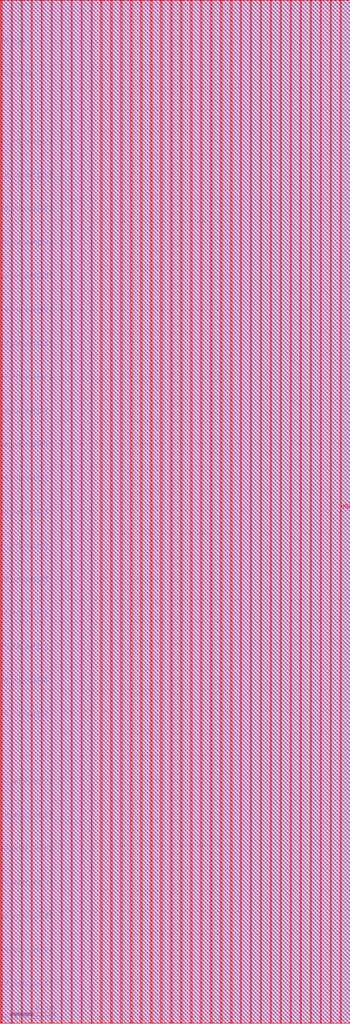
<source format=lef>
# Generated by FakeRAM 2.0
VERSION 5.7 ;
BUSBITCHARS "[]" ;
PROPERTYDEFINITIONS
  MACRO width INTEGER ;
  MACRO depth INTEGER ;
  MACRO banks INTEGER ;
END PROPERTYDEFINITIONS
MACRO sram_18x256_1r1w
  PROPERTY width 18 ;
  PROPERTY depth 256 ;
  PROPERTY banks 1 ;
  FOREIGN sram_18x256_1r1w 0 0 ;
  SYMMETRY X Y R90 ;
  SIZE 78.660 BY 229.600 ;
  CLASS BLOCK ;
  PIN r0_addr_in[0]
    DIRECTION INPUT ;
    USE SIGNAL ;
    SHAPE ABUTMENT ;
    PORT
      LAYER metal3 ;
      RECT 0.000 0.140 0.070 0.210 ;
    END
  END r0_addr_in[0]
  PIN r0_addr_in[1]
    DIRECTION INPUT ;
    USE SIGNAL ;
    SHAPE ABUTMENT ;
    PORT
      LAYER metal3 ;
      RECT 0.000 7.700 0.070 7.770 ;
    END
  END r0_addr_in[1]
  PIN r0_addr_in[2]
    DIRECTION INPUT ;
    USE SIGNAL ;
    SHAPE ABUTMENT ;
    PORT
      LAYER metal3 ;
      RECT 0.000 15.260 0.070 15.330 ;
    END
  END r0_addr_in[2]
  PIN r0_addr_in[3]
    DIRECTION INPUT ;
    USE SIGNAL ;
    SHAPE ABUTMENT ;
    PORT
      LAYER metal3 ;
      RECT 0.000 22.820 0.070 22.890 ;
    END
  END r0_addr_in[3]
  PIN r0_addr_in[4]
    DIRECTION INPUT ;
    USE SIGNAL ;
    SHAPE ABUTMENT ;
    PORT
      LAYER metal3 ;
      RECT 0.000 30.380 0.070 30.450 ;
    END
  END r0_addr_in[4]
  PIN r0_addr_in[5]
    DIRECTION INPUT ;
    USE SIGNAL ;
    SHAPE ABUTMENT ;
    PORT
      LAYER metal3 ;
      RECT 0.000 37.940 0.070 38.010 ;
    END
  END r0_addr_in[5]
  PIN r0_addr_in[6]
    DIRECTION INPUT ;
    USE SIGNAL ;
    SHAPE ABUTMENT ;
    PORT
      LAYER metal3 ;
      RECT 0.000 45.500 0.070 45.570 ;
    END
  END r0_addr_in[6]
  PIN r0_addr_in[7]
    DIRECTION INPUT ;
    USE SIGNAL ;
    SHAPE ABUTMENT ;
    PORT
      LAYER metal3 ;
      RECT 0.000 53.060 0.070 53.130 ;
    END
  END r0_addr_in[7]
  PIN r0_rd_out[0]
    DIRECTION OUTPUT ;
    USE SIGNAL ;
    SHAPE ABUTMENT ;
    PORT
      LAYER metal3 ;
      RECT 0.000 68.180 0.070 68.250 ;
    END
  END r0_rd_out[0]
  PIN r0_rd_out[1]
    DIRECTION OUTPUT ;
    USE SIGNAL ;
    SHAPE ABUTMENT ;
    PORT
      LAYER metal3 ;
      RECT 0.000 75.740 0.070 75.810 ;
    END
  END r0_rd_out[1]
  PIN r0_rd_out[2]
    DIRECTION OUTPUT ;
    USE SIGNAL ;
    SHAPE ABUTMENT ;
    PORT
      LAYER metal3 ;
      RECT 0.000 83.300 0.070 83.370 ;
    END
  END r0_rd_out[2]
  PIN r0_rd_out[3]
    DIRECTION OUTPUT ;
    USE SIGNAL ;
    SHAPE ABUTMENT ;
    PORT
      LAYER metal3 ;
      RECT 0.000 90.860 0.070 90.930 ;
    END
  END r0_rd_out[3]
  PIN r0_rd_out[4]
    DIRECTION OUTPUT ;
    USE SIGNAL ;
    SHAPE ABUTMENT ;
    PORT
      LAYER metal3 ;
      RECT 0.000 98.420 0.070 98.490 ;
    END
  END r0_rd_out[4]
  PIN r0_rd_out[5]
    DIRECTION OUTPUT ;
    USE SIGNAL ;
    SHAPE ABUTMENT ;
    PORT
      LAYER metal3 ;
      RECT 0.000 105.980 0.070 106.050 ;
    END
  END r0_rd_out[5]
  PIN r0_rd_out[6]
    DIRECTION OUTPUT ;
    USE SIGNAL ;
    SHAPE ABUTMENT ;
    PORT
      LAYER metal3 ;
      RECT 0.000 113.540 0.070 113.610 ;
    END
  END r0_rd_out[6]
  PIN r0_rd_out[7]
    DIRECTION OUTPUT ;
    USE SIGNAL ;
    SHAPE ABUTMENT ;
    PORT
      LAYER metal3 ;
      RECT 0.000 121.100 0.070 121.170 ;
    END
  END r0_rd_out[7]
  PIN r0_rd_out[8]
    DIRECTION OUTPUT ;
    USE SIGNAL ;
    SHAPE ABUTMENT ;
    PORT
      LAYER metal3 ;
      RECT 0.000 128.660 0.070 128.730 ;
    END
  END r0_rd_out[8]
  PIN r0_rd_out[9]
    DIRECTION OUTPUT ;
    USE SIGNAL ;
    SHAPE ABUTMENT ;
    PORT
      LAYER metal3 ;
      RECT 0.000 136.220 0.070 136.290 ;
    END
  END r0_rd_out[9]
  PIN r0_rd_out[10]
    DIRECTION OUTPUT ;
    USE SIGNAL ;
    SHAPE ABUTMENT ;
    PORT
      LAYER metal3 ;
      RECT 0.000 143.780 0.070 143.850 ;
    END
  END r0_rd_out[10]
  PIN r0_rd_out[11]
    DIRECTION OUTPUT ;
    USE SIGNAL ;
    SHAPE ABUTMENT ;
    PORT
      LAYER metal3 ;
      RECT 0.000 151.340 0.070 151.410 ;
    END
  END r0_rd_out[11]
  PIN r0_rd_out[12]
    DIRECTION OUTPUT ;
    USE SIGNAL ;
    SHAPE ABUTMENT ;
    PORT
      LAYER metal3 ;
      RECT 0.000 158.900 0.070 158.970 ;
    END
  END r0_rd_out[12]
  PIN r0_rd_out[13]
    DIRECTION OUTPUT ;
    USE SIGNAL ;
    SHAPE ABUTMENT ;
    PORT
      LAYER metal3 ;
      RECT 0.000 166.460 0.070 166.530 ;
    END
  END r0_rd_out[13]
  PIN r0_rd_out[14]
    DIRECTION OUTPUT ;
    USE SIGNAL ;
    SHAPE ABUTMENT ;
    PORT
      LAYER metal3 ;
      RECT 0.000 174.020 0.070 174.090 ;
    END
  END r0_rd_out[14]
  PIN r0_rd_out[15]
    DIRECTION OUTPUT ;
    USE SIGNAL ;
    SHAPE ABUTMENT ;
    PORT
      LAYER metal3 ;
      RECT 0.000 181.580 0.070 181.650 ;
    END
  END r0_rd_out[15]
  PIN r0_rd_out[16]
    DIRECTION OUTPUT ;
    USE SIGNAL ;
    SHAPE ABUTMENT ;
    PORT
      LAYER metal3 ;
      RECT 0.000 189.140 0.070 189.210 ;
    END
  END r0_rd_out[16]
  PIN r0_rd_out[17]
    DIRECTION OUTPUT ;
    USE SIGNAL ;
    SHAPE ABUTMENT ;
    PORT
      LAYER metal3 ;
      RECT 0.000 196.700 0.070 196.770 ;
    END
  END r0_rd_out[17]
  PIN r0_ce_in
    DIRECTION INPUT ;
    USE SIGNAL ;
    SHAPE ABUTMENT ;
    PORT
      LAYER metal3 ;
      RECT 0.000 211.820 0.070 211.890 ;
    END
  END r0_ce_in
  PIN r0_clk
    DIRECTION INPUT ;
    USE SIGNAL ;
    SHAPE ABUTMENT ;
    PORT
      LAYER metal3 ;
      RECT 0.000 219.380 0.070 219.450 ;
    END
  END r0_clk
  PIN w0_addr_in[0]
    DIRECTION INPUT ;
    USE SIGNAL ;
    SHAPE ABUTMENT ;
    PORT
      LAYER metal3 ;
      RECT 78.590 0.140 78.660 0.210 ;
    END
  END w0_addr_in[0]
  PIN w0_addr_in[1]
    DIRECTION INPUT ;
    USE SIGNAL ;
    SHAPE ABUTMENT ;
    PORT
      LAYER metal3 ;
      RECT 78.590 7.700 78.660 7.770 ;
    END
  END w0_addr_in[1]
  PIN w0_addr_in[2]
    DIRECTION INPUT ;
    USE SIGNAL ;
    SHAPE ABUTMENT ;
    PORT
      LAYER metal3 ;
      RECT 78.590 15.260 78.660 15.330 ;
    END
  END w0_addr_in[2]
  PIN w0_addr_in[3]
    DIRECTION INPUT ;
    USE SIGNAL ;
    SHAPE ABUTMENT ;
    PORT
      LAYER metal3 ;
      RECT 78.590 22.820 78.660 22.890 ;
    END
  END w0_addr_in[3]
  PIN w0_addr_in[4]
    DIRECTION INPUT ;
    USE SIGNAL ;
    SHAPE ABUTMENT ;
    PORT
      LAYER metal3 ;
      RECT 78.590 30.380 78.660 30.450 ;
    END
  END w0_addr_in[4]
  PIN w0_addr_in[5]
    DIRECTION INPUT ;
    USE SIGNAL ;
    SHAPE ABUTMENT ;
    PORT
      LAYER metal3 ;
      RECT 78.590 37.940 78.660 38.010 ;
    END
  END w0_addr_in[5]
  PIN w0_addr_in[6]
    DIRECTION INPUT ;
    USE SIGNAL ;
    SHAPE ABUTMENT ;
    PORT
      LAYER metal3 ;
      RECT 78.590 45.500 78.660 45.570 ;
    END
  END w0_addr_in[6]
  PIN w0_addr_in[7]
    DIRECTION INPUT ;
    USE SIGNAL ;
    SHAPE ABUTMENT ;
    PORT
      LAYER metal3 ;
      RECT 78.590 53.060 78.660 53.130 ;
    END
  END w0_addr_in[7]
  PIN w0_wd_in[0]
    DIRECTION INPUT ;
    USE SIGNAL ;
    SHAPE ABUTMENT ;
    PORT
      LAYER metal3 ;
      RECT 78.590 68.180 78.660 68.250 ;
    END
  END w0_wd_in[0]
  PIN w0_wd_in[1]
    DIRECTION INPUT ;
    USE SIGNAL ;
    SHAPE ABUTMENT ;
    PORT
      LAYER metal3 ;
      RECT 78.590 75.740 78.660 75.810 ;
    END
  END w0_wd_in[1]
  PIN w0_wd_in[2]
    DIRECTION INPUT ;
    USE SIGNAL ;
    SHAPE ABUTMENT ;
    PORT
      LAYER metal3 ;
      RECT 78.590 83.300 78.660 83.370 ;
    END
  END w0_wd_in[2]
  PIN w0_wd_in[3]
    DIRECTION INPUT ;
    USE SIGNAL ;
    SHAPE ABUTMENT ;
    PORT
      LAYER metal3 ;
      RECT 78.590 90.860 78.660 90.930 ;
    END
  END w0_wd_in[3]
  PIN w0_wd_in[4]
    DIRECTION INPUT ;
    USE SIGNAL ;
    SHAPE ABUTMENT ;
    PORT
      LAYER metal3 ;
      RECT 78.590 98.420 78.660 98.490 ;
    END
  END w0_wd_in[4]
  PIN w0_wd_in[5]
    DIRECTION INPUT ;
    USE SIGNAL ;
    SHAPE ABUTMENT ;
    PORT
      LAYER metal3 ;
      RECT 78.590 105.980 78.660 106.050 ;
    END
  END w0_wd_in[5]
  PIN w0_wd_in[6]
    DIRECTION INPUT ;
    USE SIGNAL ;
    SHAPE ABUTMENT ;
    PORT
      LAYER metal3 ;
      RECT 78.590 113.540 78.660 113.610 ;
    END
  END w0_wd_in[6]
  PIN w0_wd_in[7]
    DIRECTION INPUT ;
    USE SIGNAL ;
    SHAPE ABUTMENT ;
    PORT
      LAYER metal3 ;
      RECT 78.590 121.100 78.660 121.170 ;
    END
  END w0_wd_in[7]
  PIN w0_wd_in[8]
    DIRECTION INPUT ;
    USE SIGNAL ;
    SHAPE ABUTMENT ;
    PORT
      LAYER metal3 ;
      RECT 78.590 128.660 78.660 128.730 ;
    END
  END w0_wd_in[8]
  PIN w0_wd_in[9]
    DIRECTION INPUT ;
    USE SIGNAL ;
    SHAPE ABUTMENT ;
    PORT
      LAYER metal3 ;
      RECT 78.590 136.220 78.660 136.290 ;
    END
  END w0_wd_in[9]
  PIN w0_wd_in[10]
    DIRECTION INPUT ;
    USE SIGNAL ;
    SHAPE ABUTMENT ;
    PORT
      LAYER metal3 ;
      RECT 78.590 143.780 78.660 143.850 ;
    END
  END w0_wd_in[10]
  PIN w0_wd_in[11]
    DIRECTION INPUT ;
    USE SIGNAL ;
    SHAPE ABUTMENT ;
    PORT
      LAYER metal3 ;
      RECT 78.590 151.340 78.660 151.410 ;
    END
  END w0_wd_in[11]
  PIN w0_wd_in[12]
    DIRECTION INPUT ;
    USE SIGNAL ;
    SHAPE ABUTMENT ;
    PORT
      LAYER metal3 ;
      RECT 78.590 158.900 78.660 158.970 ;
    END
  END w0_wd_in[12]
  PIN w0_wd_in[13]
    DIRECTION INPUT ;
    USE SIGNAL ;
    SHAPE ABUTMENT ;
    PORT
      LAYER metal3 ;
      RECT 78.590 166.460 78.660 166.530 ;
    END
  END w0_wd_in[13]
  PIN w0_wd_in[14]
    DIRECTION INPUT ;
    USE SIGNAL ;
    SHAPE ABUTMENT ;
    PORT
      LAYER metal3 ;
      RECT 78.590 174.020 78.660 174.090 ;
    END
  END w0_wd_in[14]
  PIN w0_wd_in[15]
    DIRECTION INPUT ;
    USE SIGNAL ;
    SHAPE ABUTMENT ;
    PORT
      LAYER metal3 ;
      RECT 78.590 181.580 78.660 181.650 ;
    END
  END w0_wd_in[15]
  PIN w0_wd_in[16]
    DIRECTION INPUT ;
    USE SIGNAL ;
    SHAPE ABUTMENT ;
    PORT
      LAYER metal3 ;
      RECT 78.590 189.140 78.660 189.210 ;
    END
  END w0_wd_in[16]
  PIN w0_wd_in[17]
    DIRECTION INPUT ;
    USE SIGNAL ;
    SHAPE ABUTMENT ;
    PORT
      LAYER metal3 ;
      RECT 78.590 196.700 78.660 196.770 ;
    END
  END w0_wd_in[17]
  PIN w0_we_in
    DIRECTION INPUT ;
    USE SIGNAL ;
    SHAPE ABUTMENT ;
    PORT
      LAYER metal3 ;
      RECT 78.590 211.820 78.660 211.890 ;
    END
  END w0_we_in
  PIN w0_ce_in
    DIRECTION INPUT ;
    USE SIGNAL ;
    SHAPE ABUTMENT ;
    PORT
      LAYER metal3 ;
      RECT 78.590 219.380 78.660 219.450 ;
    END
  END w0_ce_in
  PIN w0_clk
    DIRECTION INPUT ;
    USE SIGNAL ;
    SHAPE ABUTMENT ;
    PORT
      LAYER metal3 ;
      RECT 78.590 226.940 78.660 227.010 ;
    END
  END w0_clk
  PIN VSS
    DIRECTION INOUT ;
    USE GROUND ;
    PORT
      LAYER metal4 ;
      RECT 0.210 0.140 0.490 229.460 ;
      RECT 2.450 0.140 2.730 229.460 ;
      RECT 4.690 0.140 4.970 229.460 ;
      RECT 6.930 0.140 7.210 229.460 ;
      RECT 9.170 0.140 9.450 229.460 ;
      RECT 11.410 0.140 11.690 229.460 ;
      RECT 13.650 0.140 13.930 229.460 ;
      RECT 15.890 0.140 16.170 229.460 ;
      RECT 18.130 0.140 18.410 229.460 ;
      RECT 20.370 0.140 20.650 229.460 ;
      RECT 22.610 0.140 22.890 229.460 ;
      RECT 24.850 0.140 25.130 229.460 ;
      RECT 27.090 0.140 27.370 229.460 ;
      RECT 29.330 0.140 29.610 229.460 ;
      RECT 31.570 0.140 31.850 229.460 ;
      RECT 33.810 0.140 34.090 229.460 ;
      RECT 36.050 0.140 36.330 229.460 ;
      RECT 38.290 0.140 38.570 229.460 ;
      RECT 40.530 0.140 40.810 229.460 ;
      RECT 42.770 0.140 43.050 229.460 ;
      RECT 45.010 0.140 45.290 229.460 ;
      RECT 47.250 0.140 47.530 229.460 ;
      RECT 49.490 0.140 49.770 229.460 ;
      RECT 51.730 0.140 52.010 229.460 ;
      RECT 53.970 0.140 54.250 229.460 ;
      RECT 56.210 0.140 56.490 229.460 ;
      RECT 58.450 0.140 58.730 229.460 ;
      RECT 60.690 0.140 60.970 229.460 ;
      RECT 62.930 0.140 63.210 229.460 ;
      RECT 65.170 0.140 65.450 229.460 ;
      RECT 67.410 0.140 67.690 229.460 ;
      RECT 69.650 0.140 69.930 229.460 ;
      RECT 71.890 0.140 72.170 229.460 ;
      RECT 74.130 0.140 74.410 229.460 ;
      RECT 76.370 0.140 76.650 229.460 ;
    END
  END VSS
  PIN VDD
    DIRECTION INOUT ;
    USE POWER ;
    PORT
      LAYER metal4 ;
      RECT 0.210 0.140 0.490 229.460 ;
      RECT 2.450 0.140 2.730 229.460 ;
      RECT 4.690 0.140 4.970 229.460 ;
      RECT 6.930 0.140 7.210 229.460 ;
      RECT 9.170 0.140 9.450 229.460 ;
      RECT 11.410 0.140 11.690 229.460 ;
      RECT 13.650 0.140 13.930 229.460 ;
      RECT 15.890 0.140 16.170 229.460 ;
      RECT 18.130 0.140 18.410 229.460 ;
      RECT 20.370 0.140 20.650 229.460 ;
      RECT 22.610 0.140 22.890 229.460 ;
      RECT 24.850 0.140 25.130 229.460 ;
      RECT 27.090 0.140 27.370 229.460 ;
      RECT 29.330 0.140 29.610 229.460 ;
      RECT 31.570 0.140 31.850 229.460 ;
      RECT 33.810 0.140 34.090 229.460 ;
      RECT 36.050 0.140 36.330 229.460 ;
      RECT 38.290 0.140 38.570 229.460 ;
      RECT 40.530 0.140 40.810 229.460 ;
      RECT 42.770 0.140 43.050 229.460 ;
      RECT 45.010 0.140 45.290 229.460 ;
      RECT 47.250 0.140 47.530 229.460 ;
      RECT 49.490 0.140 49.770 229.460 ;
      RECT 51.730 0.140 52.010 229.460 ;
      RECT 53.970 0.140 54.250 229.460 ;
      RECT 56.210 0.140 56.490 229.460 ;
      RECT 58.450 0.140 58.730 229.460 ;
      RECT 60.690 0.140 60.970 229.460 ;
      RECT 62.930 0.140 63.210 229.460 ;
      RECT 65.170 0.140 65.450 229.460 ;
      RECT 67.410 0.140 67.690 229.460 ;
      RECT 69.650 0.140 69.930 229.460 ;
      RECT 71.890 0.140 72.170 229.460 ;
      RECT 74.130 0.140 74.410 229.460 ;
      RECT 76.370 0.140 76.650 229.460 ;
    END
  END VDD
  OBS
    LAYER metal1 ;
    RECT 0 0 78.660 229.600 ;
    LAYER metal2 ;
    RECT 0 0 78.660 229.600 ;
    LAYER metal3 ;
    RECT 0 0 78.660 229.600 ;
    LAYER metal4 ;
    RECT 0 0 78.660 229.600 ;
    LAYER OVERLAP ;
    RECT 0 0 78.660 229.600 ;
  END
END sram_18x256_1r1w

END LIBRARY

</source>
